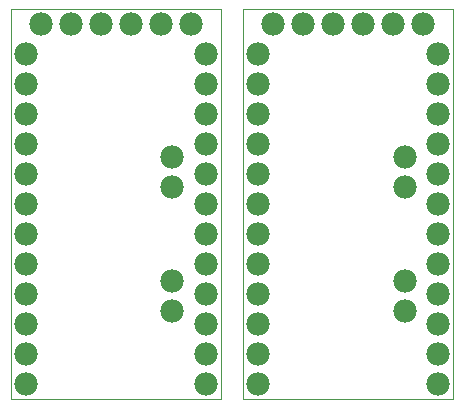
<source format=gbs>
G75*
G70*
%OFA0B0*%
%FSLAX25Y25*%
%IPPOS*%
%LPD*%
%AMOC8*
5,1,8,0,0,1.08239X$1,22.5*
%
%ADD16C,0.07800*%
%ADD19C,0.00000*%
X0010000Y0010000D02*
G75*
%LPD*%
D19*
X0010000Y0010000D02*
X0010000Y0139960D01*
X0079950Y0139960D01*
X0079950Y0010000D01*
X0010000Y0010000D01*
D16*
X0015000Y0015000D03*
X0015000Y0025000D03*
X0015000Y0035000D03*
X0015000Y0045000D03*
X0015000Y0055000D03*
X0015000Y0065000D03*
X0015000Y0075000D03*
X0015000Y0085000D03*
X0015000Y0095000D03*
X0015000Y0105000D03*
X0015000Y0115000D03*
X0015000Y0125000D03*
X0020000Y0135000D03*
X0030000Y0135000D03*
X0040000Y0135000D03*
X0050000Y0135000D03*
X0060000Y0135000D03*
X0070000Y0135000D03*
X0075000Y0125000D03*
X0075000Y0115000D03*
X0075000Y0105000D03*
X0075000Y0095000D03*
X0075000Y0085000D03*
X0075000Y0075000D03*
X0075000Y0065000D03*
X0075000Y0055000D03*
X0075000Y0045000D03*
X0075000Y0035000D03*
X0075000Y0025000D03*
X0075000Y0015000D03*
X0063750Y0039380D03*
X0063750Y0049380D03*
X0063750Y0080630D03*
X0063750Y0090630D03*
X0087450Y0010000D02*
G75*
%LPD*%
D19*
X0087450Y0010000D02*
X0087450Y0139960D01*
X0157400Y0139960D01*
X0157400Y0010000D01*
X0087450Y0010000D01*
D16*
X0092450Y0015000D03*
X0092450Y0025000D03*
X0092450Y0035000D03*
X0092450Y0045000D03*
X0092450Y0055000D03*
X0092450Y0065000D03*
X0092450Y0075000D03*
X0092450Y0085000D03*
X0092450Y0095000D03*
X0092450Y0105000D03*
X0092450Y0115000D03*
X0092450Y0125000D03*
X0097450Y0135000D03*
X0107450Y0135000D03*
X0117450Y0135000D03*
X0127450Y0135000D03*
X0137450Y0135000D03*
X0147450Y0135000D03*
X0152450Y0125000D03*
X0152450Y0115000D03*
X0152450Y0105000D03*
X0152450Y0095000D03*
X0152450Y0085000D03*
X0152450Y0075000D03*
X0152450Y0065000D03*
X0152450Y0055000D03*
X0152450Y0045000D03*
X0152450Y0035000D03*
X0152450Y0025000D03*
X0152450Y0015000D03*
X0141200Y0039380D03*
X0141200Y0049380D03*
X0141200Y0080630D03*
X0141200Y0090630D03*
M02*

</source>
